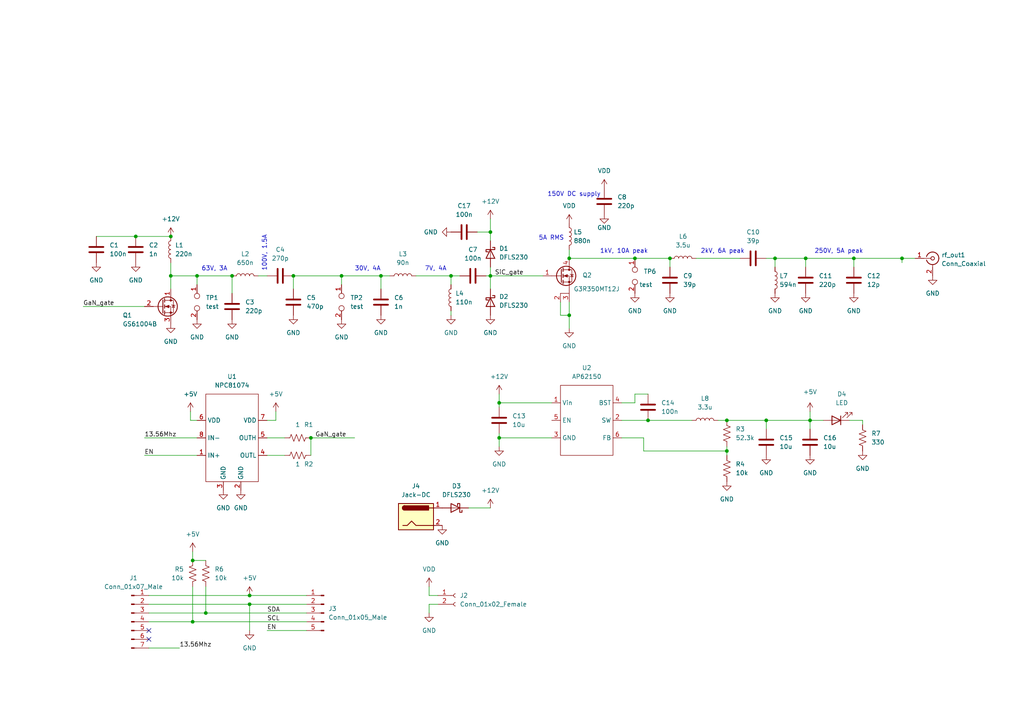
<source format=kicad_sch>
(kicad_sch (version 20211123) (generator eeschema)
  (paper "A4")
  (lib_symbols
    (symbol "Connector:Conn_01x02_Female" (pin_names (offset 1.016) hide)
      (property "Reference" "J" (at 0 2.54 0))
      (property "Value" "Conn_01x02_Female" (at 0 -5.08 0))
      (symbol "Conn_01x02_Female_1_1"
        (arc (start 0 -2.032) (mid -0.508 -2.54) (end 0 -3.048) (stroke (width 0.1524)))
        (polyline (pts (xy -1.27 -2.54) (xy -0.508 -2.54)) (stroke (width 0.1524)))
        (polyline (pts (xy -1.27 0) (xy -0.508 0)) (stroke (width 0.1524)))
        (arc (start 0 0.508) (mid -0.508 0) (end 0 -0.508) (stroke (width 0.1524)))
        (pin passive line (at -5.08 0 0) (length 3.81) (name "Pin_1") (number "1"))
        (pin passive line (at -5.08 -2.54 0) (length 3.81) (name "Pin_2") (number "2"))
      )
    )
    (symbol "Connector:Conn_01x05_Male" (pin_names (offset 1.016) hide)
      (property "Reference" "J" (at 0 7.62 0))
      (property "Value" "Conn_01x05_Male" (at 0 -7.62 0))
      (symbol "Conn_01x05_Male_1_1"
        (polyline (pts (xy 1.27 -5.08) (xy 0.8636 -5.08)) (stroke (width 0.1524)))
        (polyline (pts (xy 1.27 -2.54) (xy 0.8636 -2.54)) (stroke (width 0.1524)))
        (polyline (pts (xy 1.27 0) (xy 0.8636 0)) (stroke (width 0.1524)))
        (polyline (pts (xy 1.27 2.54) (xy 0.8636 2.54)) (stroke (width 0.1524)))
        (polyline (pts (xy 1.27 5.08) (xy 0.8636 5.08)) (stroke (width 0.1524)))
        (rectangle (start 0.8636 -4.953) (end 0 -5.207) (stroke (width 0.1524)) (fill (type outline)))
        (rectangle (start 0.8636 -2.413) (end 0 -2.667) (stroke (width 0.1524)) (fill (type outline)))
        (rectangle (start 0.8636 0.127) (end 0 -0.127) (stroke (width 0.1524)) (fill (type outline)))
        (rectangle (start 0.8636 2.667) (end 0 2.413) (stroke (width 0.1524)) (fill (type outline)))
        (rectangle (start 0.8636 5.207) (end 0 4.953) (stroke (width 0.1524)) (fill (type outline)))
        (pin passive line (at 5.08 5.08 180) (length 3.81) (name "Pin_1") (number "1"))
        (pin passive line (at 5.08 2.54 180) (length 3.81) (name "Pin_2") (number "2"))
        (pin passive line (at 5.08 0 180) (length 3.81) (name "Pin_3") (number "3"))
        (pin passive line (at 5.08 -2.54 180) (length 3.81) (name "Pin_4") (number "4"))
        (pin passive line (at 5.08 -5.08 180) (length 3.81) (name "Pin_5") (number "5"))
      )
    )
    (symbol "Connector:Conn_01x07_Male" (pin_names (offset 1.016) hide)
      (property "Reference" "J" (at 0 10.16 0))
      (property "Value" "Conn_01x07_Male" (at 0 -10.16 0))
      (symbol "Conn_01x07_Male_1_1"
        (polyline (pts (xy 1.27 -7.62) (xy 0.8636 -7.62)) (stroke (width 0.1524)))
        (polyline (pts (xy 1.27 -5.08) (xy 0.8636 -5.08)) (stroke (width 0.1524)))
        (polyline (pts (xy 1.27 -2.54) (xy 0.8636 -2.54)) (stroke (width 0.1524)))
        (polyline (pts (xy 1.27 0) (xy 0.8636 0)) (stroke (width 0.1524)))
        (polyline (pts (xy 1.27 2.54) (xy 0.8636 2.54)) (stroke (width 0.1524)))
        (polyline (pts (xy 1.27 5.08) (xy 0.8636 5.08)) (stroke (width 0.1524)))
        (polyline (pts (xy 1.27 7.62) (xy 0.8636 7.62)) (stroke (width 0.1524)))
        (rectangle (start 0.8636 -7.493) (end 0 -7.747) (stroke (width 0.1524)) (fill (type outline)))
        (rectangle (start 0.8636 -4.953) (end 0 -5.207) (stroke (width 0.1524)) (fill (type outline)))
        (rectangle (start 0.8636 -2.413) (end 0 -2.667) (stroke (width 0.1524)) (fill (type outline)))
        (rectangle (start 0.8636 0.127) (end 0 -0.127) (stroke (width 0.1524)) (fill (type outline)))
        (rectangle (start 0.8636 2.667) (end 0 2.413) (stroke (width 0.1524)) (fill (type outline)))
        (rectangle (start 0.8636 5.207) (end 0 4.953) (stroke (width 0.1524)) (fill (type outline)))
        (rectangle (start 0.8636 7.747) (end 0 7.493) (stroke (width 0.1524)) (fill (type outline)))
        (pin passive line (at 5.08 7.62 180) (length 3.81) (name "Pin_1") (number "1"))
        (pin passive line (at 5.08 5.08 180) (length 3.81) (name "Pin_2") (number "2"))
        (pin passive line (at 5.08 2.54 180) (length 3.81) (name "Pin_3") (number "3"))
        (pin passive line (at 5.08 0 180) (length 3.81) (name "Pin_4") (number "4"))
        (pin passive line (at 5.08 -2.54 180) (length 3.81) (name "Pin_5") (number "5"))
        (pin passive line (at 5.08 -5.08 180) (length 3.81) (name "Pin_6") (number "6"))
        (pin passive line (at 5.08 -7.62 180) (length 3.81) (name "Pin_7") (number "7"))
      )
    )
    (symbol "Connector:Conn_Coaxial" (pin_names (offset 1.016) hide)
      (property "Reference" "J" (at 0.254 3.048 0))
      (property "Value" "Conn_Coaxial" (at 2.921 0 90))
      (symbol "Conn_Coaxial_0_1"
        (arc (start -1.778 -0.508) (mid 0.2311 -1.8066) (end 1.778 0) (stroke (width 0.254)))
        (polyline (pts (xy -2.54 0) (xy -0.508 0)))
        (polyline (pts (xy 0 -2.54) (xy 0 -1.778)))
        (circle (center 0 0) (radius 0.508) (stroke (width 0.2032)))
        (arc (start 1.778 0) (mid 0.2099 1.8101) (end -1.778 0.508) (stroke (width 0.254)))
      )
      (symbol "Conn_Coaxial_1_1"
        (pin passive line (at -5.08 0 0) (length 2.54) (name "In") (number "1"))
        (pin passive line (at 0 -5.08 90) (length 2.54) (name "Ext") (number "2"))
      )
    )
    (symbol "Connector:Jack-DC" (pin_names (offset 1.016))
      (property "Reference" "J" (at 0 5.334 0))
      (property "Value" "Jack-DC" (at 0 -5.08 0))
      (symbol "Jack-DC_0_1"
        (rectangle (start -5.08 3.81) (end 5.08 -3.81) (stroke (width 0.254)) (fill (type background)))
        (arc (start -3.302 3.175) (mid -3.937 2.54) (end -3.302 1.905) (stroke (width 0.254)))
        (arc (start -3.302 3.175) (mid -3.937 2.54) (end -3.302 1.905) (stroke (width 0.254)) (fill (type outline)))
        (polyline (pts (xy 5.08 2.54) (xy 3.81 2.54)) (stroke (width 0.254)))
        (polyline (pts (xy -3.81 -2.54) (xy -2.54 -2.54) (xy -1.27 -1.27) (xy 0 -2.54) (xy 2.54 -2.54) (xy 5.08 -2.54)) (stroke (width 0.254)))
        (rectangle (start 3.683 3.175) (end -3.302 1.905) (stroke (width 0.254)) (fill (type outline)))
      )
      (symbol "Jack-DC_1_1"
        (pin passive line (at 7.62 2.54 180) (length 2.54) (name "~") (number "1"))
        (pin passive line (at 7.62 -2.54 180) (length 2.54) (name "~") (number "2"))
      )
    )
    (symbol "Connector:TestPoint_2Pole" (pin_names (offset 0.762) hide)
      (property "Reference" "TP" (at 0 1.524 0))
      (property "Value" "TestPoint_2Pole" (at 0 -1.778 0))
      (symbol "TestPoint_2Pole_0_1"
        (circle (center -1.778 0) (radius 0.762))
        (circle (center 1.778 0) (radius 0.762))
        (pin passive line (at -5.08 0 0) (length 2.54) (name "1") (number "1"))
        (pin passive line (at 5.08 0 180) (length 2.54) (name "2") (number "2"))
      )
    )
    (symbol "Device:C" (pin_numbers hide) (pin_names (offset 0.254))
      (property "Reference" "C" (at 0.635 2.54 0))
      (property "Value" "C" (at 0.635 -2.54 0))
      (symbol "C_0_1"
        (polyline (pts (xy -2.032 -0.762) (xy 2.032 -0.762)) (stroke (width 0.508)))
        (polyline (pts (xy -2.032 0.762) (xy 2.032 0.762)) (stroke (width 0.508)))
      )
      (symbol "C_1_1"
        (pin passive line (at 0 3.81 270) (length 2.794) (name "~") (number "1"))
        (pin passive line (at 0 -3.81 90) (length 2.794) (name "~") (number "2"))
      )
    )
    (symbol "Device:D_Schottky" (pin_numbers hide) (pin_names (offset 1.016) hide)
      (property "Reference" "D" (at 0 2.54 0))
      (property "Value" "D_Schottky" (at 0 -2.54 0))
      (symbol "D_Schottky_0_1"
        (polyline (pts (xy 1.27 0) (xy -1.27 0)))
        (polyline (pts (xy 1.27 1.27) (xy 1.27 -1.27) (xy -1.27 0) (xy 1.27 1.27)) (stroke (width 0.254)))
        (polyline (pts (xy -1.905 0.635) (xy -1.905 1.27) (xy -1.27 1.27) (xy -1.27 -1.27) (xy -0.635 -1.27) (xy -0.635 -0.635)) (stroke (width 0.254)))
      )
      (symbol "D_Schottky_1_1"
        (pin passive line (at -3.81 0 0) (length 2.54) (name "K") (number "1"))
        (pin passive line (at 3.81 0 180) (length 2.54) (name "A") (number "2"))
      )
    )
    (symbol "Device:L" (pin_numbers hide) (pin_names (offset 1.016) hide)
      (property "Reference" "L" (at -1.27 0 90))
      (property "Value" "L" (at 1.905 0 90))
      (symbol "L_0_1"
        (arc (start 0 -2.54) (mid 0.635 -1.905) (end 0 -1.27))
        (arc (start 0 -1.27) (mid 0.635 -0.635) (end 0 0))
        (arc (start 0 0) (mid 0.635 0.635) (end 0 1.27))
        (arc (start 0 1.27) (mid 0.635 1.905) (end 0 2.54))
      )
      (symbol "L_1_1"
        (pin passive line (at 0 3.81 270) (length 1.27) (name "1") (number "1"))
        (pin passive line (at 0 -3.81 90) (length 1.27) (name "2") (number "2"))
      )
    )
    (symbol "Device:LED" (pin_numbers hide) (pin_names (offset 1.016) hide)
      (property "Reference" "D" (at 0 2.54 0))
      (property "Value" "LED" (at 0 -2.54 0))
      (symbol "LED_0_1"
        (polyline (pts (xy -1.27 -1.27) (xy -1.27 1.27)) (stroke (width 0.254)))
        (polyline (pts (xy -1.27 0) (xy 1.27 0)))
        (polyline (pts (xy 1.27 -1.27) (xy 1.27 1.27) (xy -1.27 0) (xy 1.27 -1.27)) (stroke (width 0.254)))
        (polyline (pts (xy -3.048 -0.762) (xy -4.572 -2.286) (xy -3.81 -2.286) (xy -4.572 -2.286) (xy -4.572 -1.524)))
        (polyline (pts (xy -1.778 -0.762) (xy -3.302 -2.286) (xy -2.54 -2.286) (xy -3.302 -2.286) (xy -3.302 -1.524)))
      )
      (symbol "LED_1_1"
        (pin passive line (at -3.81 0 0) (length 2.54) (name "K") (number "1"))
        (pin passive line (at 3.81 0 180) (length 2.54) (name "A") (number "2"))
      )
    )
    (symbol "Device:Q_NMOS_DGS" (pin_names (offset 0) hide)
      (property "Reference" "Q" (at 5.08 1.27 0))
      (property "Value" "Q_NMOS_DGS" (at 5.08 -1.27 0))
      (symbol "Q_NMOS_DGS_0_1"
        (polyline (pts (xy 0.254 0) (xy -2.54 0)))
        (polyline (pts (xy 0.254 1.905) (xy 0.254 -1.905)) (stroke (width 0.254)))
        (polyline (pts (xy 0.762 -1.27) (xy 0.762 -2.286)) (stroke (width 0.254)))
        (polyline (pts (xy 0.762 0.508) (xy 0.762 -0.508)) (stroke (width 0.254)))
        (polyline (pts (xy 0.762 2.286) (xy 0.762 1.27)) (stroke (width 0.254)))
        (polyline (pts (xy 2.54 2.54) (xy 2.54 1.778)))
        (polyline (pts (xy 2.54 -2.54) (xy 2.54 0) (xy 0.762 0)))
        (polyline (pts (xy 0.762 -1.778) (xy 3.302 -1.778) (xy 3.302 1.778) (xy 0.762 1.778)))
        (polyline (pts (xy 1.016 0) (xy 2.032 0.381) (xy 2.032 -0.381) (xy 1.016 0)) (fill (type outline)))
        (polyline (pts (xy 2.794 0.508) (xy 2.921 0.381) (xy 3.683 0.381) (xy 3.81 0.254)))
        (polyline (pts (xy 3.302 0.381) (xy 2.921 -0.254) (xy 3.683 -0.254) (xy 3.302 0.381)))
        (circle (center 1.651 0) (radius 2.794) (stroke (width 0.254)))
        (circle (center 2.54 -1.778) (radius 0.254) (fill (type outline)))
        (circle (center 2.54 1.778) (radius 0.254) (fill (type outline)))
      )
      (symbol "Q_NMOS_DGS_1_1"
        (pin passive line (at 2.54 5.08 270) (length 2.54) (name "D") (number "1"))
        (pin input line (at -5.08 0 0) (length 2.54) (name "G") (number "2"))
        (pin passive line (at 2.54 -5.08 90) (length 2.54) (name "S") (number "3"))
      )
    )
    (symbol "Device:R_US" (pin_numbers hide) (pin_names (offset 0))
      (property "Reference" "R" (at 2.54 0 90))
      (property "Value" "R_US" (at -2.54 0 90))
      (symbol "R_US_0_1"
        (polyline (pts (xy 0 -2.286) (xy 0 -2.54)))
        (polyline (pts (xy 0 2.286) (xy 0 2.54)))
        (polyline (pts (xy 0 -0.762) (xy 1.016 -1.143) (xy 0 -1.524) (xy -1.016 -1.905) (xy 0 -2.286)))
        (polyline (pts (xy 0 0.762) (xy 1.016 0.381) (xy 0 0) (xy -1.016 -0.381) (xy 0 -0.762)))
        (polyline (pts (xy 0 2.286) (xy 1.016 1.905) (xy 0 1.524) (xy -1.016 1.143) (xy 0 0.762)))
      )
      (symbol "R_US_1_1"
        (pin passive line (at 0 3.81 270) (length 1.27) (name "~") (number "1"))
        (pin passive line (at 0 -3.81 90) (length 1.27) (name "~") (number "2"))
      )
    )
    (symbol "power:+12V" (power) (pin_names (offset 0))
      (property "Value" "+12V" (at 0 3.556 0))
      (symbol "+12V_0_1"
        (polyline (pts (xy -0.762 1.27) (xy 0 2.54)))
        (polyline (pts (xy 0 0) (xy 0 2.54)))
        (polyline (pts (xy 0 2.54) (xy 0.762 1.27)))
      )
      (symbol "+12V_1_1"
        (pin power_in line (at 0 0 90) (length 0) hide (name "+12V") (number "1"))
      )
    )
    (symbol "power:+5V" (power) (pin_names (offset 0))
      (property "Value" "+5V" (at 0 3.556 0))
      (symbol "+5V_0_1"
        (polyline (pts (xy -0.762 1.27) (xy 0 2.54)))
        (polyline (pts (xy 0 0) (xy 0 2.54)))
        (polyline (pts (xy 0 2.54) (xy 0.762 1.27)))
      )
      (symbol "+5V_1_1"
        (pin power_in line (at 0 0 90) (length 0) hide (name "+5V") (number "1"))
      )
    )
    (symbol "power:GND" (power) (pin_names (offset 0))
      (property "Value" "GND" (at 0 -3.81 0))
      (symbol "GND_0_1"
        (polyline (pts (xy 0 0) (xy 0 -1.27) (xy 1.27 -1.27) (xy 0 -2.54) (xy -1.27 -1.27) (xy 0 -1.27)))
      )
      (symbol "GND_1_1"
        (pin power_in line (at 0 0 270) (length 0) hide (name "GND") (number "1"))
      )
    )
    (symbol "power:VDD" (power) (pin_names (offset 0))
      (property "Value" "VDD" (at 0 3.81 0))
      (symbol "VDD_0_1"
        (polyline (pts (xy -0.762 1.27) (xy 0 2.54)))
        (polyline (pts (xy 0 0) (xy 0 2.54)))
        (polyline (pts (xy 0 2.54) (xy 0.762 1.27)))
      )
      (symbol "VDD_1_1"
        (pin power_in line (at 0 0 90) (length 0) hide (name "VDD") (number "1"))
      )
    )
    (symbol "rf_gen:AP62150"
      (property "Reference" "U" (at 0 5.08 0))
      (property "Value" "AP62150" (at 0 10.16 0))
      (symbol "AP62150_0_1"
        (rectangle (start -7.62 12.7) (end 7.62 -7.62))
      )
      (symbol "AP62150_1_1"
        (pin power_in line (at -10.16 7.62 0) (length 2.54) (name "Vin") (number "1"))
        (pin power_out line (at 10.16 2.54 180) (length 2.54) (name "SW") (number "2"))
        (pin power_in line (at -10.16 -2.54 0) (length 2.54) (name "GND") (number "3"))
        (pin passive line (at 10.16 7.62 180) (length 2.54) (name "BST") (number "4"))
        (pin input line (at -10.16 2.54 0) (length 2.54) (name "EN") (number "5"))
        (pin input line (at 10.16 -2.54 180) (length 2.54) (name "FB") (number "6"))
      )
    )
    (symbol "rf_gen:G3R350MT12J" (pin_names (offset 0) hide)
      (property "Reference" "Q" (at 5.08 1.27 0))
      (property "Value" "G3R350MT12J" (at 5.08 -1.27 0))
      (symbol "G3R350MT12J_0_1"
        (polyline (pts (xy 0 -5.08) (xy 2.54 -5.08)))
        (polyline (pts (xy 0.254 0) (xy -2.54 0)))
        (polyline (pts (xy 0.254 1.905) (xy 0.254 -1.905)) (stroke (width 0.254)))
        (polyline (pts (xy 0.762 -1.27) (xy 0.762 -2.286)) (stroke (width 0.254)))
        (polyline (pts (xy 0.762 0.508) (xy 0.762 -0.508)) (stroke (width 0.254)))
        (polyline (pts (xy 0.762 2.286) (xy 0.762 1.27)) (stroke (width 0.254)))
        (polyline (pts (xy 2.54 -5.08) (xy 2.54 -2.54)))
        (polyline (pts (xy 2.54 2.54) (xy 2.54 1.778)))
        (polyline (pts (xy 2.54 -2.54) (xy 2.54 0) (xy 0.762 0)))
        (polyline (pts (xy 0.762 -1.778) (xy 3.302 -1.778) (xy 3.302 1.778) (xy 0.762 1.778)))
        (polyline (pts (xy 1.016 0) (xy 2.032 0.381) (xy 2.032 -0.381) (xy 1.016 0)) (fill (type outline)))
        (polyline (pts (xy 2.794 0.508) (xy 2.921 0.381) (xy 3.683 0.381) (xy 3.81 0.254)))
        (polyline (pts (xy 3.302 0.381) (xy 2.921 -0.254) (xy 3.683 -0.254) (xy 3.302 0.381)))
        (circle (center 1.651 0) (radius 2.794) (stroke (width 0.254)))
        (circle (center 2.54 -1.778) (radius 0.254) (fill (type outline)))
        (circle (center 2.54 1.778) (radius 0.254) (fill (type outline)))
      )
      (symbol "G3R350MT12J_1_1"
        (pin input line (at -5.08 0 0) (length 2.54) (name "G") (number "1"))
        (pin passive line (at 0 -7.62 90) (length 2.54) (name "KS") (number "2"))
        (pin passive line (at 2.54 -7.62 90) (length 2.54) (name "S") (number "3"))
        (pin passive line (at 2.54 5.08 270) (length 2.54) (name "D") (number "4"))
      )
    )
    (symbol "rf_gen:NPC81074"
      (property "Reference" "U" (at 0 10.16 0))
      (property "Value" "NPC81074" (at 0 12.7 0))
      (symbol "NPC81074_0_1"
        (rectangle (start -7.62 15.24) (end 7.62 -10.16))
      )
      (symbol "NPC81074_1_1"
        (pin input line (at -10.16 -2.54 0) (length 2.54) (name "IN+") (number "1"))
        (pin power_in line (at 2.54 -12.7 90) (length 2.54) (name "GND") (number "2"))
        (pin power_in line (at -2.54 -12.7 90) (length 2.54) (name "GND") (number "3"))
        (pin open_collector line (at 10.16 -2.54 180) (length 2.54) (name "OUTL") (number "4"))
        (pin open_emitter line (at 10.16 2.54 180) (length 2.54) (name "OUTH") (number "5"))
        (pin power_in line (at -10.16 7.62 0) (length 2.54) (name "VDD") (number "6"))
        (pin power_in line (at 10.16 7.62 180) (length 2.54) (name "VDD") (number "7"))
        (pin input line (at -10.16 2.54 0) (length 2.54) (name "IN-") (number "8"))
      )
    )
  )
  (junction (at 110.49 80.01))
  (junction (at 72.39 175.26))
  (junction (at 234.95 121.92))
  (junction (at 142.24 80.01))
  (junction (at 49.53 68.58))
  (junction (at 210.82 130.81))
  (junction (at 144.78 116.84))
  (junction (at 165.1 74.93))
  (junction (at 247.65 74.93))
  (junction (at 187.96 121.92))
  (junction (at 85.09 80.01))
  (junction (at 184.15 74.93))
  (junction (at 90.17 127))
  (junction (at 49.53 80.01))
  (junction (at 224.79 74.93))
  (junction (at 261.62 74.93))
  (junction (at 67.31 80.01))
  (junction (at 144.78 127))
  (junction (at 233.68 74.93))
  (junction (at 222.25 121.92))
  (junction (at 99.06 80.01))
  (junction (at 39.37 68.58))
  (junction (at 55.88 180.34))
  (junction (at 72.39 172.72))
  (junction (at 194.31 74.93))
  (junction (at 210.82 121.92))
  (junction (at 142.24 67.31))
  (junction (at 130.81 80.01))
  (junction (at 59.69 177.8))
  (junction (at 55.88 162.56))
  (junction (at 57.15 80.01))
  (junction (at 165.1 91.44))
  (no_connect (at 43.18 185.42))
  (no_connect (at 43.18 182.88))
  (wire (pts (xy 90.17 127) (xy 90.17 132.08)))
  (wire (pts (xy 135.89 147.32) (xy 142.24 147.32)))
  (wire (pts (xy 180.34 121.92) (xy 187.96 121.92)))
  (wire (pts (xy 210.82 129.54) (xy 210.82 130.81)))
  (wire (pts (xy 186.69 130.81) (xy 210.82 130.81)))
  (wire (pts (xy 233.68 74.93) (xy 233.68 77.47)))
  (wire (pts (xy 43.18 175.26) (xy 72.39 175.26)))
  (wire (pts (xy 144.78 116.84) (xy 144.78 118.11)))
  (wire (pts (xy 142.24 80.01) (xy 157.48 80.01)))
  (wire (pts (xy 261.62 76.2) (xy 261.62 74.93)))
  (wire (pts (xy 55.88 162.56) (xy 59.69 162.56)))
  (wire (pts (xy 77.47 127) (xy 82.55 127)))
  (wire (pts (xy 187.96 114.3) (xy 184.15 114.3)))
  (wire (pts (xy 233.68 74.93) (xy 247.65 74.93)))
  (wire (pts (xy 234.95 119.38) (xy 234.95 121.92)))
  (wire (pts (xy 85.09 80.01) (xy 99.06 80.01)))
  (wire (pts (xy 187.96 121.92) (xy 200.66 121.92)))
  (wire (pts (xy 57.15 80.01) (xy 67.31 80.01)))
  (wire (pts (xy 142.24 77.47) (xy 142.24 80.01)))
  (wire (pts (xy 144.78 127) (xy 160.02 127)))
  (wire (pts (xy 224.79 74.93) (xy 233.68 74.93)))
  (wire (pts (xy 24.13 88.9) (xy 41.91 88.9)))
  (wire (pts (xy 165.1 87.63) (xy 165.1 91.44)))
  (wire (pts (xy 184.15 116.84) (xy 180.34 116.84)))
  (wire (pts (xy 261.62 74.93) (xy 265.43 74.93)))
  (wire (pts (xy 59.69 170.18) (xy 59.69 177.8)))
  (wire (pts (xy 43.18 187.96) (xy 52.07 187.96)))
  (wire (pts (xy 43.18 177.8) (xy 59.69 177.8)))
  (wire (pts (xy 49.53 80.01) (xy 49.53 83.82)))
  (wire (pts (xy 55.245 119.38) (xy 55.245 121.92)))
  (wire (pts (xy 130.81 80.01) (xy 133.35 80.01)))
  (wire (pts (xy 180.34 127) (xy 186.69 127)))
  (wire (pts (xy 250.19 121.92) (xy 250.19 123.19)))
  (wire (pts (xy 72.39 172.72) (xy 88.9 172.72)))
  (wire (pts (xy 222.25 74.93) (xy 224.79 74.93)))
  (wire (pts (xy 57.15 80.01) (xy 57.15 82.55)))
  (wire (pts (xy 43.18 180.34) (xy 55.88 180.34)))
  (wire (pts (xy 144.78 114.3) (xy 144.78 116.84)))
  (wire (pts (xy 80.01 121.92) (xy 77.47 121.92)))
  (wire (pts (xy 210.82 121.92) (xy 222.25 121.92)))
  (wire (pts (xy 80.01 119.38) (xy 80.01 121.92)))
  (wire (pts (xy 55.88 180.34) (xy 88.9 180.34)))
  (wire (pts (xy 127 175.26) (xy 124.46 175.26)))
  (wire (pts (xy 110.49 80.01) (xy 110.49 83.82)))
  (wire (pts (xy 246.38 121.92) (xy 250.19 121.92)))
  (wire (pts (xy 90.17 127) (xy 102.87 127)))
  (wire (pts (xy 144.78 127) (xy 144.78 129.54)))
  (wire (pts (xy 186.69 130.81) (xy 186.69 127)))
  (wire (pts (xy 184.15 114.3) (xy 184.15 116.84)))
  (wire (pts (xy 140.97 80.01) (xy 142.24 80.01)))
  (wire (pts (xy 124.46 172.72) (xy 127 172.72)))
  (wire (pts (xy 224.79 74.93) (xy 224.79 77.47)))
  (wire (pts (xy 124.46 175.26) (xy 124.46 177.8)))
  (wire (pts (xy 222.25 121.92) (xy 222.25 124.46)))
  (wire (pts (xy 142.24 67.31) (xy 142.24 69.85)))
  (wire (pts (xy 27.94 68.58) (xy 39.37 68.58)))
  (wire (pts (xy 142.24 80.01) (xy 142.24 83.82)))
  (wire (pts (xy 142.24 63.5) (xy 142.24 67.31)))
  (wire (pts (xy 72.39 175.26) (xy 72.39 182.88)))
  (wire (pts (xy 234.95 121.92) (xy 234.95 124.46)))
  (wire (pts (xy 165.1 72.39) (xy 165.1 74.93)))
  (wire (pts (xy 194.31 74.93) (xy 194.31 77.47)))
  (wire (pts (xy 144.78 125.73) (xy 144.78 127)))
  (wire (pts (xy 67.31 80.01) (xy 67.31 85.09)))
  (wire (pts (xy 55.245 121.92) (xy 57.15 121.92)))
  (wire (pts (xy 162.56 91.44) (xy 162.56 87.63)))
  (wire (pts (xy 49.53 80.01) (xy 57.15 80.01)))
  (wire (pts (xy 210.82 130.81) (xy 210.82 132.08)))
  (wire (pts (xy 138.43 67.31) (xy 142.24 67.31)))
  (wire (pts (xy 124.46 170.18) (xy 124.46 172.72)))
  (wire (pts (xy 99.06 80.01) (xy 110.49 80.01)))
  (wire (pts (xy 165.1 74.93) (xy 184.15 74.93)))
  (wire (pts (xy 247.65 74.93) (xy 261.62 74.93)))
  (wire (pts (xy 184.15 74.93) (xy 194.31 74.93)))
  (wire (pts (xy 55.88 170.18) (xy 55.88 180.34)))
  (wire (pts (xy 130.81 90.17) (xy 130.81 91.44)))
  (wire (pts (xy 99.06 80.01) (xy 99.06 82.55)))
  (wire (pts (xy 201.93 74.93) (xy 214.63 74.93)))
  (wire (pts (xy 222.25 121.92) (xy 234.95 121.92)))
  (wire (pts (xy 162.56 91.44) (xy 165.1 91.44)))
  (wire (pts (xy 208.28 121.92) (xy 210.82 121.92)))
  (wire (pts (xy 165.1 91.44) (xy 165.1 95.25)))
  (wire (pts (xy 72.39 175.26) (xy 88.9 175.26)))
  (wire (pts (xy 39.37 68.58) (xy 49.53 68.58)))
  (wire (pts (xy 234.95 121.92) (xy 238.76 121.92)))
  (wire (pts (xy 59.69 177.8) (xy 88.9 177.8)))
  (wire (pts (xy 77.47 80.01) (xy 74.93 80.01)))
  (wire (pts (xy 49.53 76.2) (xy 49.53 80.01)))
  (wire (pts (xy 55.88 160.02) (xy 55.88 162.56)))
  (wire (pts (xy 144.78 116.84) (xy 160.02 116.84)))
  (wire (pts (xy 77.47 182.88) (xy 88.9 182.88)))
  (wire (pts (xy 130.81 80.01) (xy 130.81 82.55)))
  (wire (pts (xy 120.65 80.01) (xy 130.81 80.01)))
  (wire (pts (xy 57.15 132.08) (xy 41.91 132.08)))
  (wire (pts (xy 85.09 80.01) (xy 85.09 83.82)))
  (wire (pts (xy 41.91 127) (xy 57.15 127)))
  (wire (pts (xy 110.49 80.01) (xy 113.03 80.01)))
  (wire (pts (xy 77.47 132.08) (xy 82.55 132.08)))
  (wire (pts (xy 43.18 172.72) (xy 72.39 172.72)))
  (wire (pts (xy 247.65 74.93) (xy 247.65 77.47)))
  (text "100V, 1.5A" (at 77.47 78.74 90) (effects (font (size 1.27 1.27)) (justify left bottom)))
  (text "63V, 3A" (at 58.42 78.74 0) (effects (font (size 1.27 1.27)) (justify left bottom)))
  (text "250V, 5A peak" (at 236.22 73.66 0) (effects (font (size 1.27 1.27)) (justify left bottom)))
  (text "5A RMS" (at 156.21 69.85 0) (effects (font (size 1.27 1.27)) (justify left bottom)))
  (text "2kV, 6A peak" (at 203.2 73.66 0) (effects (font (size 1.27 1.27)) (justify left bottom)))
  (text "7V, 4A" (at 123.19 78.74 0) (effects (font (size 1.27 1.27)) (justify left bottom)))
  (text "1kV, 10A peak" (at 173.99 73.66 0) (effects (font (size 1.27 1.27)) (justify left bottom)))
  (text "30V, 4A" (at 102.87 78.74 0) (effects (font (size 1.27 1.27)) (justify left bottom)))
  (text "150V DC supply" (at 158.75 57.15 0) (effects (font (size 1.27 1.27)) (justify left bottom)))
  (label "13.56Mhz" (at 52.07 187.96 0))
  (label "SDA" (at 77.47 177.8 0))
  (label "13.56Mhz" (at 41.91 127 0))
  (label "EN" (at 77.47 182.88 0))
  (label "SCL" (at 77.47 180.34 0))
  (label "SiC_gate" (at 143.51 80.01 0))
  (label "EN" (at 41.91 132.08 0))
  (label "GaN_gate" (at 91.44 127 0))
  (label "GaN_gate" (at 24.13 88.9 0))
  (symbol (lib_id "Connector:Jack-DC") (at 120.65 149.86 0) (unit 1)
    (property "Reference" "J4" (at 120.65 140.97 0))
    (property "Value" "Jack-DC" (at 120.65 143.51 0))
    (property "Footprint" "Connector_Phoenix_MSTB:PhoenixContact_MSTBVA_2,5_2-G_1x02_P5.00mm_Vertical" (effects hide))
  )
  (symbol (lib_id "rf_gen:NPC81074") (at 67.31 129.54 0) (unit 1)
    (property "Reference" "U1" (at 67.31 109.22 0))
    (property "Value" "NPC81074" (at 67.31 111.76 0))
    (property "Footprint" "Package_SO:SOIC-8_3.9x4.9mm_P1.27mm" (effects hide))
    (property "Datasheet" "https://www.onsemi.com/pdf/datasheet/ncp81074-d.pdf" (effects hide))
  )
  (symbol (lib_id "power:+5V") (at 72.39 172.72 0) (unit 1)
    (property "Reference" "#PWR0126" (effects hide))
    (property "Value" "+5V" (at 72.39 167.64 0))
  )
  (symbol (lib_id "power:GND") (at 27.94 76.2 0) (unit 1)
    (property "Reference" "#PWR0111" (effects hide))
    (property "Value" "GND" (at 27.94 81.28 0))
  )
  (symbol (lib_id "Device:L") (at 116.84 80.01 90) (unit 1)
    (property "Reference" "L3" (at 116.84 73.66 90))
    (property "Value" "90n" (at 116.84 76.2 90))
    (property "Footprint" "rf_gen:2222SQ-90N" (effects hide))
    (property "Datasheet" "https://www.mouser.com/datasheet/2/597/1515sq-270668.pdf" (effects hide))
  )
  (symbol (lib_id "Device:D_Schottky") (at 142.24 73.66 270) (unit 1)
    (property "Reference" "D1" (at 144.78 72.0724 90) (effects (justify left)))
    (property "Value" "DFLS230" (at 144.78 74.6124 90) (effects (justify left)))
    (property "Footprint" "Diode_SMD:D_PowerDI-123" (effects hide))
    (property "Datasheet" "https://www.diodes.com/assets/Datasheets/ds30518.pdf" (effects hide))
  )
  (symbol (lib_id "Device:L") (at 204.47 121.92 90) (unit 1)
    (property "Reference" "L8" (at 204.47 115.57 90))
    (property "Value" "3.3u" (at 204.47 118.11 90))
    (property "Footprint" "Inductor_SMD:L_0805_2012Metric" (effects hide))
  )
  (symbol (lib_id "Connector:Conn_Coaxial") (at 270.51 74.93 0) (unit 1)
    (property "Reference" "rf_out1" (at 273.05 73.9531 0) (effects (justify left)))
    (property "Value" "Conn_Coaxial" (at 273.05 76.4931 0) (effects (justify left)))
    (property "Footprint" "Connector_Coaxial:SMA_Molex_73251-1153_EdgeMount_Horizontal" (effects hide))
    (property "Datasheet" " ~" (effects hide))
  )
  (symbol (lib_id "Device:C") (at 81.28 80.01 90) (unit 1)
    (property "Reference" "C4" (at 81.28 72.39 90))
    (property "Value" "270p" (at 81.28 74.93 90))
    (property "Footprint" "rf_gen:C_1111_2828Metric" (effects hide))
  )
  (symbol (lib_id "Device:C") (at 175.26 58.42 180) (unit 1)
    (property "Reference" "C8" (at 179.07 57.1499 0) (effects (justify right)))
    (property "Value" "220p" (at 179.07 59.6899 0) (effects (justify right)))
    (property "Footprint" "rf_gen:C_1111_2828Metric" (effects hide))
  )
  (symbol (lib_id "power:GND") (at 194.31 85.09 0) (unit 1)
    (property "Reference" "#PWR0104" (effects hide))
    (property "Value" "GND" (at 194.31 90.17 0))
  )
  (symbol (lib_id "power:+12V") (at 144.78 114.3 0) (unit 1)
    (property "Reference" "#PWR0131" (effects hide))
    (property "Value" "+12V" (at 144.78 109.22 0))
  )
  (symbol (lib_id "power:GND") (at 270.51 80.01 0) (unit 1)
    (property "Reference" "#PWR010" (effects hide))
    (property "Value" "GND" (at 270.51 85.09 0))
  )
  (symbol (lib_id "Device:C") (at 222.25 128.27 0) (unit 1)
    (property "Reference" "C15" (at 226.06 126.9999 0) (effects (justify left)))
    (property "Value" "10u" (at 226.06 129.5399 0) (effects (justify left)))
    (property "Footprint" "Capacitor_SMD:C_1206_3216Metric" (effects hide))
  )
  (symbol (lib_id "power:GND") (at 142.24 91.44 0) (unit 1)
    (property "Reference" "#PWR0123" (effects hide))
    (property "Value" "GND" (at 142.24 96.52 0))
  )
  (symbol (lib_id "Device:C") (at 110.49 87.63 0) (unit 1)
    (property "Reference" "C6" (at 114.3 86.3599 0) (effects (justify left)))
    (property "Value" "1n" (at 114.3 88.8999 0) (effects (justify left)))
    (property "Footprint" "Capacitor_SMD:C_1210_3225Metric" (effects hide))
  )
  (symbol (lib_id "Device:LED") (at 242.57 121.92 180) (unit 1)
    (property "Reference" "D4" (at 244.1575 114.3 0))
    (property "Value" "LED" (at 244.1575 116.84 0))
    (property "Footprint" "LED_SMD:LED_0805_2012Metric" (effects hide))
  )
  (symbol (lib_id "Device:C") (at 247.65 81.28 0) (unit 1)
    (property "Reference" "C12" (at 251.46 80.0099 0) (effects (justify left)))
    (property "Value" "12p" (at 251.46 82.55 0) (effects (justify left)))
    (property "Footprint" "rf_gen:C_1111_2828Metric" (effects hide))
  )
  (symbol (lib_id "rf_gen:AP62150") (at 170.18 124.46 0) (unit 1)
    (property "Reference" "U2" (at 170.18 106.68 0))
    (property "Value" "AP62150" (at 170.18 109.22 0))
    (property "Footprint" "rf_gen:TSOT26" (effects hide))
    (property "Datasheet" "https://www.mouser.com/datasheet/2/115/DIOD_S_A0011756611_1-2543657.pdf" (effects hide))
  )
  (symbol (lib_id "Connector:TestPoint_2Pole") (at 99.06 87.63 270) (unit 1)
    (property "Reference" "TP2" (at 101.6 86.3599 90) (effects (justify left)))
    (property "Value" "test" (at 101.6 88.8999 90) (effects (justify left)))
    (property "Footprint" "TestPoint:TestPoint_2Pads_Pitch5.08mm_Drill1.3mm" (effects hide))
  )
  (symbol (lib_id "Connector:Conn_01x07_Male") (at 38.1 180.34 0) (unit 1)
    (property "Reference" "J1" (at 38.735 167.64 0))
    (property "Value" "Conn_01x07_Male" (at 38.735 170.18 0))
    (property "Footprint" "Connector_PinHeader_2.54mm:PinHeader_1x07_P2.54mm_Vertical" (effects hide))
  )
  (symbol (lib_id "power:GND") (at 67.31 92.71 0) (unit 1)
    (property "Reference" "#PWR0110" (effects hide))
    (property "Value" "GND" (at 67.31 97.79 0))
  )
  (symbol (lib_id "power:GND") (at 144.78 129.54 0) (unit 1)
    (property "Reference" "#PWR0136" (effects hide))
    (property "Value" "GND" (at 144.78 134.62 0))
  )
  (symbol (lib_id "power:GND") (at 99.06 92.71 0) (unit 1)
    (property "Reference" "#PWR02" (effects hide))
    (property "Value" "GND" (at 99.06 97.79 0))
  )
  (symbol (lib_id "Device:R_US") (at 86.36 132.08 90) (unit 1)
    (property "Reference" "R2" (at 89.535 134.62 90))
    (property "Value" "1" (at 86.36 134.62 90))
    (property "Footprint" "Resistor_SMD:R_0805_2012Metric" (effects hide))
  )
  (symbol (lib_id "Device:L") (at 49.53 72.39 180) (unit 1)
    (property "Reference" "L1" (at 50.8 71.1199 0) (effects (justify right)))
    (property "Value" "220n" (at 50.8 73.6599 0) (effects (justify right)))
    (property "Footprint" "rf_gen:2222SQ-221" (effects hide))
    (property "Datasheet" "https://www.mouser.com/datasheet/2/597/1515sq-270668.pdf" (effects hide))
  )
  (symbol (lib_id "rf_gen:G3R350MT12J") (at 162.56 80.01 0) (unit 1)
    (property "Reference" "Q2" (at 168.91 79.8194 0) (effects (justify left)))
    (property "Value" "G3R350MT12J" (at 166.37 83.82 0) (effects (justify left)))
    (property "Footprint" "rf_gen:TO-263-7_heatsink" (effects hide))
    (property "Datasheet" "https://www.mouser.com/datasheet/2/169/G3R350MT12J-2449378.pdf" (effects hide))
  )
  (symbol (lib_id "Connector:Conn_01x02_Female") (at 132.08 172.72 0) (unit 1)
    (property "Reference" "J2" (at 133.35 172.7199 0) (effects (justify left)))
    (property "Value" "Conn_01x02_Female" (at 133.35 175.2599 0) (effects (justify left)))
    (property "Footprint" "Connector_Phoenix_MSTB:PhoenixContact_MSTBVA_2,5_2-G_1x02_P5.00mm_Vertical" (effects hide))
  )
  (symbol (lib_id "power:GND") (at 233.68 85.09 0) (unit 1)
    (property "Reference" "#PWR0101" (effects hide))
    (property "Value" "GND" (at 233.68 90.17 0))
  )
  (symbol (lib_id "power:VDD") (at 165.1 64.77 0) (unit 1)
    (property "Reference" "#PWR0116" (effects hide))
    (property "Value" "VDD" (at 165.1 59.69 0))
  )
  (symbol (lib_id "Device:R_US") (at 59.69 166.37 0) (unit 1)
    (property "Reference" "R6" (at 62.23 165.0999 0) (effects (justify left)))
    (property "Value" "10k" (at 62.23 167.6399 0) (effects (justify left)))
    (property "Footprint" "Resistor_SMD:R_0805_2012Metric" (effects hide))
  )
  (symbol (lib_id "Device:R_US") (at 86.36 127 90) (unit 1)
    (property "Reference" "R1" (at 89.535 123.19 90))
    (property "Value" "1" (at 86.36 123.19 90))
    (property "Footprint" "Resistor_SMD:R_0805_2012Metric" (effects hide))
  )
  (symbol (lib_id "power:GND") (at 184.15 85.09 0) (unit 1)
    (property "Reference" "#PWR06" (effects hide))
    (property "Value" "GND" (at 184.15 90.17 0))
  )
  (symbol (lib_id "Device:C") (at 67.31 88.9 180) (unit 1)
    (property "Reference" "C3" (at 71.12 87.6299 0) (effects (justify right)))
    (property "Value" "220p" (at 71.12 90.1699 0) (effects (justify right)))
    (property "Footprint" "rf_gen:C_1111_2828Metric" (effects hide))
  )
  (symbol (lib_id "Device:D_Schottky") (at 132.08 147.32 180) (unit 1)
    (property "Reference" "D3" (at 132.3975 140.97 0))
    (property "Value" "DFLS230" (at 132.3975 143.51 0))
    (property "Footprint" "Diode_SMD:D_PowerDI-123" (effects hide))
    (property "Datasheet" "https://www.diodes.com/assets/Datasheets/ds30518.pdf" (effects hide))
  )
  (symbol (lib_id "Connector:Conn_01x05_Male") (at 93.98 177.8 0) (mirror y) (unit 1)
    (property "Reference" "J3" (at 95.25 176.5299 0) (effects (justify right)))
    (property "Value" "Conn_01x05_Male" (at 95.25 179.0699 0) (effects (justify right)))
    (property "Footprint" "Connector_PinHeader_2.54mm:PinHeader_1x05_P2.54mm_Vertical" (effects hide))
  )
  (symbol (lib_id "Device:C") (at 137.16 80.01 270) (unit 1)
    (property "Reference" "C7" (at 137.16 72.39 90))
    (property "Value" "100n" (at 137.16 74.93 90))
    (property "Footprint" "Capacitor_SMD:C_1206_3216Metric" (effects hide))
  )
  (symbol (lib_id "power:GND") (at 222.25 132.08 0) (unit 1)
    (property "Reference" "#PWR0133" (effects hide))
    (property "Value" "GND" (at 222.25 137.16 0))
  )
  (symbol (lib_id "Device:C") (at 234.95 128.27 0) (unit 1)
    (property "Reference" "C16" (at 238.76 126.9999 0) (effects (justify left)))
    (property "Value" "10u" (at 238.76 129.5399 0) (effects (justify left)))
    (property "Footprint" "Capacitor_SMD:C_1206_3216Metric" (effects hide))
  )
  (symbol (lib_id "power:GND") (at 165.1 95.25 0) (unit 1)
    (property "Reference" "#PWR0119" (effects hide))
    (property "Value" "GND" (at 165.1 100.33 0))
  )
  (symbol (lib_id "power:GND") (at 175.26 62.23 0) (unit 1)
    (property "Reference" "#PWR0118" (effects hide))
    (property "Value" "GND" (at 175.26 66.04 0))
  )
  (symbol (lib_id "Device:L") (at 71.12 80.01 90) (unit 1)
    (property "Reference" "L2" (at 71.12 73.66 90))
    (property "Value" "650n" (at 71.12 76.2 90))
    (property "Footprint" "Inductor_THT:L_Toroid_Vertical_L10.0mm_W5.0mm_P5.08mm" (effects hide))
  )
  (symbol (lib_id "power:GND") (at 110.49 91.44 0) (unit 1)
    (property "Reference" "#PWR0121" (effects hide))
    (property "Value" "GND" (at 110.49 96.52 0))
  )
  (symbol (lib_id "Device:L") (at 130.81 86.36 180) (unit 1)
    (property "Reference" "L4" (at 132.08 85.0899 0) (effects (justify right)))
    (property "Value" "110n" (at 132.08 87.6299 0) (effects (justify right)))
    (property "Footprint" "rf_gen:2222SQ-111" (effects hide))
    (property "Datasheet" "https://www.mouser.com/datasheet/2/597/1515sq-270668.pdf" (effects hide))
  )
  (symbol (lib_id "power:GND") (at 247.65 85.09 0) (unit 1)
    (property "Reference" "#PWR0103" (effects hide))
    (property "Value" "GND" (at 247.65 90.17 0))
  )
  (symbol (lib_id "power:GND") (at 234.95 132.08 0) (unit 1)
    (property "Reference" "#PWR0132" (effects hide))
    (property "Value" "GND" (at 234.95 137.16 0))
  )
  (symbol (lib_id "Device:C") (at 27.94 72.39 0) (unit 1)
    (property "Reference" "C1" (at 31.75 71.1199 0) (effects (justify left)))
    (property "Value" "100n" (at 31.75 73.6599 0) (effects (justify left)))
    (property "Footprint" "Capacitor_SMD:C_1206_3216Metric" (effects hide))
  )
  (symbol (lib_id "Device:L") (at 165.1 68.58 0) (unit 1)
    (property "Reference" "L5" (at 166.37 67.3099 0) (effects (justify left)))
    (property "Value" "880n" (at 166.37 69.8499 0) (effects (justify left)))
    (property "Footprint" "rf_gen:inductor_air_15x15" (effects hide))
  )
  (symbol (lib_id "power:GND") (at 128.27 152.4 0) (unit 1)
    (property "Reference" "#PWR0129" (effects hide))
    (property "Value" "GND" (at 128.27 157.48 0))
  )
  (symbol (lib_id "power:GND") (at 69.85 142.24 0) (unit 1)
    (property "Reference" "#PWR0113" (effects hide))
    (property "Value" "GND" (at 69.85 147.32 0))
  )
  (symbol (lib_id "power:+12V") (at 142.24 147.32 0) (unit 1)
    (property "Reference" "#PWR0125" (effects hide))
    (property "Value" "+12V" (at 142.24 142.24 0))
  )
  (symbol (lib_id "Device:C") (at 233.68 81.28 0) (unit 1)
    (property "Reference" "C11" (at 237.49 80.0099 0) (effects (justify left)))
    (property "Value" "220p" (at 237.49 82.5499 0) (effects (justify left)))
    (property "Footprint" "rf_gen:C_1111_2828Metric" (effects hide))
  )
  (symbol (lib_id "Device:L") (at 224.79 81.28 0) (unit 1)
    (property "Reference" "L7" (at 226.06 80.0099 0) (effects (justify left)))
    (property "Value" "594n" (at 226.06 82.5499 0) (effects (justify left)))
    (property "Footprint" "rf_gen:inductor_core_25x18" (effects hide))
  )
  (symbol (lib_id "Device:R_US") (at 210.82 125.73 0) (unit 1)
    (property "Reference" "R3" (at 213.36 124.4599 0) (effects (justify left)))
    (property "Value" "52.3k" (at 213.36 126.9999 0) (effects (justify left)))
    (property "Footprint" "Resistor_SMD:R_0805_2012Metric" (effects hide))
  )
  (symbol (lib_id "power:GND") (at 64.77 142.24 0) (unit 1)
    (property "Reference" "#PWR0112" (effects hide))
    (property "Value" "GND" (at 64.77 147.32 0))
  )
  (symbol (lib_id "Device:R_US") (at 210.82 135.89 0) (unit 1)
    (property "Reference" "R4" (at 213.36 134.6199 0) (effects (justify left)))
    (property "Value" "10k" (at 213.36 137.1599 0) (effects (justify left)))
    (property "Footprint" "Resistor_SMD:R_0805_2012Metric" (effects hide))
  )
  (symbol (lib_id "power:GND") (at 85.09 91.44 0) (unit 1)
    (property "Reference" "#PWR0122" (effects hide))
    (property "Value" "GND" (at 85.09 96.52 0))
  )
  (symbol (lib_id "Device:C") (at 85.09 87.63 0) (unit 1)
    (property "Reference" "C5" (at 88.9 86.3599 0) (effects (justify left)))
    (property "Value" "470p" (at 88.9 88.8999 0) (effects (justify left)))
    (property "Footprint" "Capacitor_SMD:C_1210_3225Metric" (effects hide))
  )
  (symbol (lib_id "power:VDD") (at 124.46 170.18 0) (unit 1)
    (property "Reference" "#PWR0127" (effects hide))
    (property "Value" "VDD" (at 124.46 165.1 0))
  )
  (symbol (lib_id "power:GND") (at 130.81 91.44 0) (unit 1)
    (property "Reference" "#PWR0124" (effects hide))
    (property "Value" "GND" (at 130.81 96.52 0))
  )
  (symbol (lib_id "Device:Q_NMOS_DGS") (at 46.99 88.9 0) (unit 1)
    (property "Reference" "Q1" (at 35.56 91.44 0) (effects (justify left)))
    (property "Value" "GS61004B" (at 35.56 93.98 0) (effects (justify left)))
    (property "Footprint" "rf_gen:GaNpx" (effects hide))
    (property "Datasheet" "https://www.mouser.com/datasheet/2/692/GS61004B_DS_Rev_200402-1837967.pdf" (effects hide))
  )
  (symbol (lib_id "power:GND") (at 250.19 130.81 0) (unit 1)
    (property "Reference" "#PWR08" (effects hide))
    (property "Value" "GND" (at 250.19 135.89 0))
  )
  (symbol (lib_id "Connector:TestPoint_2Pole") (at 57.15 87.63 270) (unit 1)
    (property "Reference" "TP1" (at 59.69 86.3599 90) (effects (justify left)))
    (property "Value" "test" (at 59.69 88.8999 90) (effects (justify left)))
    (property "Footprint" "TestPoint:TestPoint_2Pads_Pitch5.08mm_Drill1.3mm" (effects hide))
  )
  (symbol (lib_id "power:GND") (at 72.39 182.88 0) (unit 1)
    (property "Reference" "#PWR0130" (effects hide))
    (property "Value" "GND" (at 72.39 187.96 0))
  )
  (symbol (lib_id "Device:R_US") (at 55.88 166.37 0) (mirror x) (unit 1)
    (property "Reference" "R5" (at 53.34 165.0999 0) (effects (justify right)))
    (property "Value" "10k" (at 53.34 167.6399 0) (effects (justify right)))
    (property "Footprint" "Resistor_SMD:R_0805_2012Metric" (effects hide))
  )
  (symbol (lib_id "power:GND") (at 130.81 67.31 270) (unit 1)
    (property "Reference" "#PWR0106" (effects hide))
    (property "Value" "GND" (at 127 67.31 90) (effects (justify right)))
  )
  (symbol (lib_id "Device:C") (at 194.31 81.28 180) (unit 1)
    (property "Reference" "C9" (at 198.12 80.0099 0) (effects (justify right)))
    (property "Value" "39p" (at 198.12 82.5499 0) (effects (justify right)))
    (property "Footprint" "rf_gen:C_1111_2828Metric" (effects hide))
  )
  (symbol (lib_id "power:+5V") (at 55.245 119.38 0) (unit 1)
    (property "Reference" "#PWR0114" (effects hide))
    (property "Value" "+5V" (at 55.245 114.3 0))
  )
  (symbol (lib_id "power:+12V") (at 49.53 68.58 0) (unit 1)
    (property "Reference" "#PWR0107" (effects hide))
    (property "Value" "+12V" (at 49.53 63.5 0))
  )
  (symbol (lib_id "Device:C") (at 144.78 121.92 0) (unit 1)
    (property "Reference" "C13" (at 148.59 120.6499 0) (effects (justify left)))
    (property "Value" "10u" (at 148.59 123.1899 0) (effects (justify left)))
    (property "Footprint" "Capacitor_SMD:C_1206_3216Metric" (effects hide))
  )
  (symbol (lib_id "power:+12V") (at 142.24 63.5 0) (unit 1)
    (property "Reference" "#PWR0120" (effects hide))
    (property "Value" "+12V" (at 142.24 58.42 0))
  )
  (symbol (lib_id "power:+5V") (at 234.95 119.38 0) (unit 1)
    (property "Reference" "#PWR0134" (effects hide))
    (property "Value" "+5V" (at 234.95 113.665 0))
  )
  (symbol (lib_id "Device:L") (at 198.12 74.93 90) (unit 1)
    (property "Reference" "L6" (at 198.12 68.58 90))
    (property "Value" "3.5u" (at 198.12 71.12 90))
    (property "Footprint" "rf_gen:inductor_core_25x18" (effects hide))
  )
  (symbol (lib_id "Device:C") (at 218.44 74.93 90) (unit 1)
    (property "Reference" "C10" (at 218.44 67.31 90))
    (property "Value" "39p" (at 218.44 69.85 90))
    (property "Footprint" "rf_gen:C_1111_2828Metric" (effects hide))
  )
  (symbol (lib_id "Connector:TestPoint_2Pole") (at 184.15 80.01 270) (unit 1)
    (property "Reference" "TP6" (at 186.69 78.74 90) (effects (justify left)))
    (property "Value" "test" (at 185.42 82.55 90) (effects (justify left)))
    (property "Footprint" "TestPoint:TestPoint_2Pads_Pitch5.08mm_Drill1.3mm" (effects hide))
  )
  (symbol (lib_id "power:+5V") (at 55.88 160.02 0) (unit 1)
    (property "Reference" "#PWR0105" (effects hide))
    (property "Value" "+5V" (at 55.88 154.94 0))
  )
  (symbol (lib_id "Device:C") (at 39.37 72.39 180) (unit 1)
    (property "Reference" "C2" (at 43.18 71.1199 0) (effects (justify right)))
    (property "Value" "1n" (at 43.18 73.6599 0) (effects (justify right)))
    (property "Footprint" "Capacitor_SMD:C_1210_3225Metric" (effects hide))
  )
  (symbol (lib_id "power:GND") (at 124.46 177.8 0) (unit 1)
    (property "Reference" "#PWR0128" (effects hide))
    (property "Value" "GND" (at 124.46 182.88 0))
  )
  (symbol (lib_id "Device:D_Schottky") (at 142.24 87.63 270) (unit 1)
    (property "Reference" "D2" (at 144.78 86.0424 90) (effects (justify left)))
    (property "Value" "DFLS230" (at 144.78 88.5824 90) (effects (justify left)))
    (property "Footprint" "Diode_SMD:D_PowerDI-123" (effects hide))
    (property "Datasheet" "https://www.diodes.com/assets/Datasheets/ds30518.pdf" (effects hide))
  )
  (symbol (lib_id "power:GND") (at 224.79 85.09 0) (unit 1)
    (property "Reference" "#PWR0102" (effects hide))
    (property "Value" "GND" (at 224.79 90.17 0))
  )
  (symbol (lib_id "Device:C") (at 134.62 67.31 90) (unit 1)
    (property "Reference" "C17" (at 134.62 59.69 90))
    (property "Value" "100n" (at 134.62 62.23 90))
    (property "Footprint" "Capacitor_SMD:C_1206_3216Metric" (effects hide))
  )
  (symbol (lib_id "power:GND") (at 39.37 76.2 0) (unit 1)
    (property "Reference" "#PWR0108" (effects hide))
    (property "Value" "GND" (at 39.37 81.28 0))
  )
  (symbol (lib_id "power:GND") (at 57.15 92.71 0) (unit 1)
    (property "Reference" "#PWR01" (effects hide))
    (property "Value" "GND" (at 57.15 97.79 0))
  )
  (symbol (lib_id "power:+5V") (at 80.01 119.38 0) (unit 1)
    (property "Reference" "#PWR0115" (effects hide))
    (property "Value" "+5V" (at 80.01 114.3 0))
  )
  (symbol (lib_id "power:VDD") (at 175.26 54.61 0) (unit 1)
    (property "Reference" "#PWR0117" (effects hide))
    (property "Value" "VDD" (at 175.26 49.53 0))
  )
  (symbol (lib_id "power:GND") (at 49.53 93.98 0) (unit 1)
    (property "Reference" "#PWR0109" (effects hide))
    (property "Value" "GND" (at 49.53 99.06 0))
  )
  (symbol (lib_id "Device:C") (at 187.96 118.11 0) (unit 1)
    (property "Reference" "C14" (at 191.77 116.8399 0) (effects (justify left)))
    (property "Value" "100n" (at 191.77 119.38 0) (effects (justify left)))
    (property "Footprint" "Capacitor_SMD:C_0805_2012Metric" (effects hide))
  )
  (symbol (lib_id "power:GND") (at 210.82 139.7 0) (unit 1)
    (property "Reference" "#PWR0135" (effects hide))
    (property "Value" "GND" (at 210.82 144.78 0))
  )
  (symbol (lib_id "Device:R_US") (at 250.19 127 0) (unit 1)
    (property "Reference" "R7" (at 252.73 125.7299 0) (effects (justify left)))
    (property "Value" "330" (at 252.73 128.2699 0) (effects (justify left)))
    (property "Footprint" "Resistor_SMD:R_0805_2012Metric" (effects hide))
  )
)
</source>
